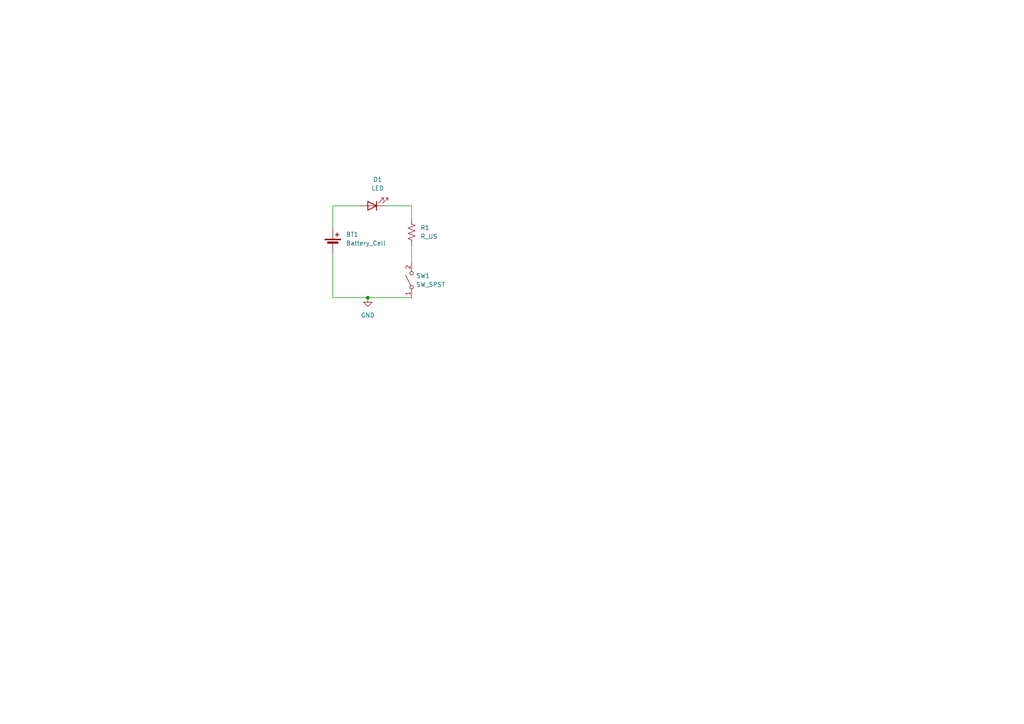
<source format=kicad_sch>
(kicad_sch (version 20231120) (generator "eeschema") (generator_version "8.0")
  (paper "A4")
  (lib_symbols
    (symbol "Device:Battery_Cell" (pin_numbers hide) (pin_names (offset 0) hide)
      (property "Reference" "BT" (at 2.54 2.54 0))
      (property "Value" "Battery_Cell" (at 2.54 0 0))
      (symbol "Battery_Cell_0_1"
        (rectangle (start -2.286 1.778) (end 2.286 1.524) (fill (type outline)))
        (rectangle (start -1.524 1.016) (end 1.524 0.508) (fill (type outline)))
        (polyline (pts (xy 0 0.762) (xy 0 0)))
        (polyline (pts (xy 0 1.778) (xy 0 2.54)))
        (polyline (pts (xy 0.762 3.048) (xy 1.778 3.048)) (stroke (width 0.254)))
        (polyline (pts (xy 1.27 3.556) (xy 1.27 2.54)) (stroke (width 0.254)))
      )
      (symbol "Battery_Cell_1_1"
        (pin passive line (at 0 5.08 270) (length 2.54) (name "+") (number "1"))
        (pin passive line (at 0 -2.54 90) (length 2.54) (name "-") (number "2"))
      )
    )
    (symbol "Device:LED" (pin_numbers hide) (pin_names (offset 1.016) hide)
      (property "Reference" "D" (at 0 2.54 0))
      (property "Value" "LED" (at 0 -2.54 0))
      (symbol "LED_0_1"
        (polyline (pts (xy -1.27 -1.27) (xy -1.27 1.27)) (stroke (width 0.254)))
        (polyline (pts (xy -1.27 0) (xy 1.27 0)))
        (polyline (pts (xy 1.27 -1.27) (xy 1.27 1.27) (xy -1.27 0) (xy 1.27 -1.27)) (stroke (width 0.254)))
        (polyline (pts (xy -3.048 -0.762) (xy -4.572 -2.286) (xy -3.81 -2.286) (xy -4.572 -2.286) (xy -4.572 -1.524)))
        (polyline (pts (xy -1.778 -0.762) (xy -3.302 -2.286) (xy -2.54 -2.286) (xy -3.302 -2.286) (xy -3.302 -1.524)))
      )
      (symbol "LED_1_1"
        (pin passive line (at -3.81 0 0) (length 2.54) (name "K") (number "1"))
        (pin passive line (at 3.81 0 180) (length 2.54) (name "A") (number "2"))
      )
    )
    (symbol "Device:R_US" (pin_numbers hide) (pin_names (offset 0))
      (property "Reference" "R" (at 2.54 0 90))
      (property "Value" "R_US" (at -2.54 0 90))
      (symbol "R_US_0_1"
        (polyline (pts (xy 0 -2.286) (xy 0 -2.54)))
        (polyline (pts (xy 0 2.286) (xy 0 2.54)))
        (polyline (pts (xy 0 -0.762) (xy 1.016 -1.143) (xy 0 -1.524) (xy -1.016 -1.905) (xy 0 -2.286)))
        (polyline (pts (xy 0 0.762) (xy 1.016 0.381) (xy 0 0) (xy -1.016 -0.381) (xy 0 -0.762)))
        (polyline (pts (xy 0 2.286) (xy 1.016 1.905) (xy 0 1.524) (xy -1.016 1.143) (xy 0 0.762)))
      )
      (symbol "R_US_1_1"
        (pin passive line (at 0 3.81 270) (length 1.27) (name "~") (number "1"))
        (pin passive line (at 0 -3.81 90) (length 1.27) (name "~") (number "2"))
      )
    )
    (symbol "Switch:SW_SPST" (pin_names (offset 0) hide)
      (property "Reference" "SW" (at 0 3.175 0))
      (property "Value" "SW_SPST" (at 0 -2.54 0))
      (symbol "SW_SPST_0_0"
        (circle (center -2.032 0) (radius 0.508))
        (polyline (pts (xy -1.524 0.254) (xy 1.524 1.778)))
        (circle (center 2.032 0) (radius 0.508))
      )
      (symbol "SW_SPST_1_1"
        (pin passive line (at -5.08 0 0) (length 2.54) (name "A") (number "1"))
        (pin passive line (at 5.08 0 180) (length 2.54) (name "B") (number "2"))
      )
    )
    (symbol "power:GND" (power) (pin_numbers hide) (pin_names (offset 0) hide)
      (property "Value" "GND" (at 0 -3.81 0))
      (symbol "GND_0_1"
        (polyline (pts (xy 0 0) (xy 0 -1.27) (xy 1.27 -1.27) (xy 0 -2.54) (xy -1.27 -1.27) (xy 0 -1.27)))
      )
      (symbol "GND_1_1"
        (pin power_in line (at 0 0 270) (length 0) (name "~") (number "1"))
      )
    )
  )
  (junction (at 106.68 86.36))
  (wire (pts (xy 96.52 66.04) (xy 96.52 59.69)))
  (wire (pts (xy 111.76 59.69) (xy 119.38 59.69)))
  (wire (pts (xy 106.68 86.36) (xy 96.52 86.36)))
  (wire (pts (xy 96.52 59.69) (xy 104.14 59.69)))
  (wire (pts (xy 119.38 71.12) (xy 119.38 76.2)))
  (wire (pts (xy 96.52 86.36) (xy 96.52 73.66)))
  (wire (pts (xy 119.38 59.69) (xy 119.38 63.5)))
  (wire (pts (xy 119.38 86.36) (xy 106.68 86.36)))
  (symbol (lib_id "Switch:SW_SPST") (at 119.38 81.28 90) (unit 1)
    (property "Reference" "SW1" (at 120.65 80.0099 90) (effects (justify right)))
    (property "Value" "SW_SPST" (at 120.65 82.5499 90) (effects (justify right)))
    (property "Footprint" "Button_Switch_THT:SW_PUSH_6mm" (effects (hide yes)))
    (property "Description" "Single Pole Single Throw (SPST) switch" (effects (hide yes)))
  )
  (symbol (lib_id "Device:Battery_Cell") (at 96.52 71.12 0) (unit 1)
    (property "Reference" "BT1" (at 100.33 68.0084 0) (effects (justify left)))
    (property "Value" "Battery_Cell" (at 100.33 70.5484 0) (effects (justify left)))
    (property "Footprint" "Battery:BatteryHolder_Keystone_103_1x20mm" (effects (hide yes)))
    (property "Description" "Single-cell battery" (effects (hide yes)))
  )
  (symbol (lib_id "Device:LED") (at 107.95 59.69 180) (unit 1)
    (property "Reference" "D1" (at 109.5375 52.07 0))
    (property "Value" "LED" (at 109.5375 54.61 0))
    (property "Footprint" "LED_SMD:LED_2512_6332Metric" (effects (hide yes)))
    (property "Description" "Light emitting diode" (effects (hide yes)))
  )
  (symbol (lib_id "Device:R_US") (at 119.38 67.31 0) (unit 1)
    (property "Reference" "R1" (at 121.92 66.0399 0) (effects (justify left)))
    (property "Value" "R_US" (at 121.92 68.5799 0) (effects (justify left)))
    (property "Footprint" "Resistor_SMD:R_2512_6332Metric" (effects (hide yes)))
    (property "Description" "Resistor, US symbol" (effects (hide yes)))
  )
  (symbol (lib_id "power:GND") (at 106.68 86.36 0) (unit 1)
    (property "Reference" "#PWR01" (effects (hide yes)))
    (property "Value" "GND" (at 106.68 91.44 0))
    (property "Description" "Power symbol creates a global label with name \"GND\" , ground" (effects (hide yes)))
  )
)
</source>
